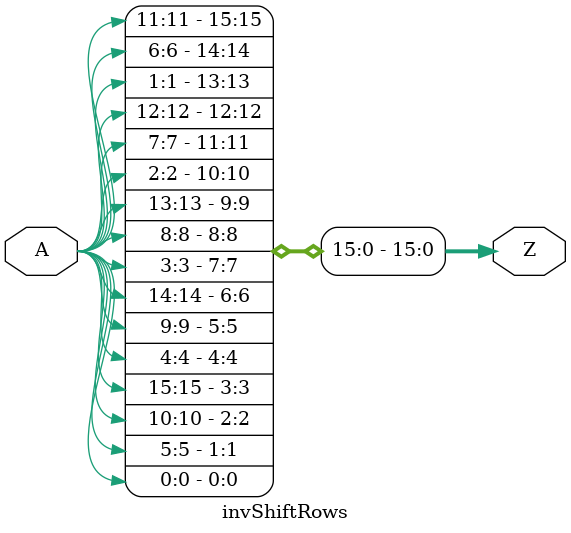
<source format=v>
`timescale 1ns/1ps

module invShiftRows(/*AUTOARG*/
   // Outputs
   Z,
   // Inputs
   A
   );

   input [15:0] A;
   output [31:0] Z;

   assign Z[0] = A[0];
   assign Z[1] = A[5];
   assign Z[2] = A[10];
   assign Z[3] = A[15];
   assign Z[4] = A[4];
   assign Z[5] = A[9];
   assign Z[6] = A[14];
   assign Z[7] = A[3];
   assign Z[8] = A[8];
   assign Z[9] = A[13];
   assign Z[10] = A[2];
   assign Z[11] = A[7];
   assign Z[12] = A[12];
   assign Z[13] = A[1];
   assign Z[14] = A[6];
   assign Z[15] = A[11];
   

endmodule // invShiftRows

</source>
